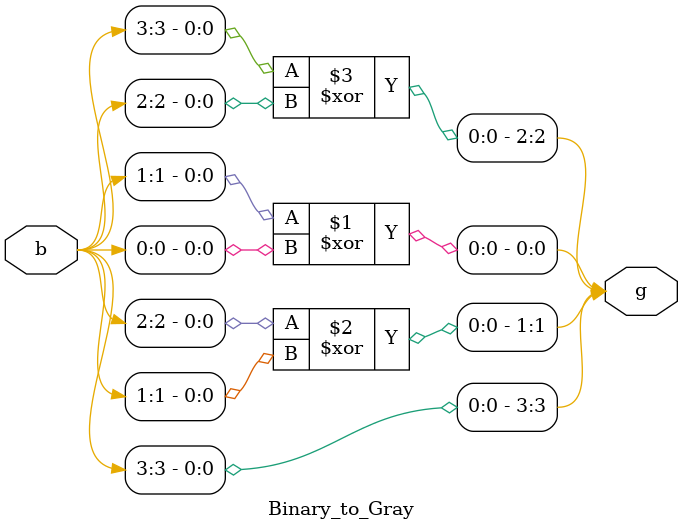
<source format=v>
`timescale 1ns / 1ps

module Binary_to_Gray(
    input [3:0] b,       //Input declaration
    output [3:0] g       //output declaration
    );
 xor A1(g[0],b[1],b[0]); 
 xor A2(g[1],b[2],b[1]); 
 xor A3(g[2],b[3],b[2]);
 buf A4(g[3],b[3]);
endmodule

</source>
